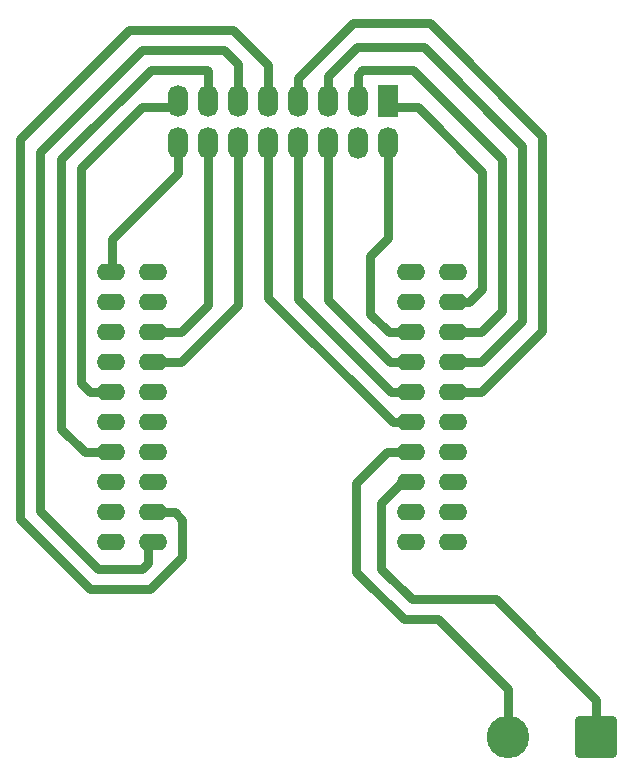
<source format=gbr>
%TF.GenerationSoftware,KiCad,Pcbnew,(6.0.4)*%
%TF.CreationDate,2022-04-22T16:15:14-04:00*%
%TF.ProjectId,MatrixDisplay,4d617472-6978-4446-9973-706c61792e6b,rev?*%
%TF.SameCoordinates,Original*%
%TF.FileFunction,Copper,L2,Bot*%
%TF.FilePolarity,Positive*%
%FSLAX46Y46*%
G04 Gerber Fmt 4.6, Leading zero omitted, Abs format (unit mm)*
G04 Created by KiCad (PCBNEW (6.0.4)) date 2022-04-22 16:15:14*
%MOMM*%
%LPD*%
G01*
G04 APERTURE LIST*
G04 Aperture macros list*
%AMRoundRect*
0 Rectangle with rounded corners*
0 $1 Rounding radius*
0 $2 $3 $4 $5 $6 $7 $8 $9 X,Y pos of 4 corners*
0 Add a 4 corners polygon primitive as box body*
4,1,4,$2,$3,$4,$5,$6,$7,$8,$9,$2,$3,0*
0 Add four circle primitives for the rounded corners*
1,1,$1+$1,$2,$3*
1,1,$1+$1,$4,$5*
1,1,$1+$1,$6,$7*
1,1,$1+$1,$8,$9*
0 Add four rect primitives between the rounded corners*
20,1,$1+$1,$2,$3,$4,$5,0*
20,1,$1+$1,$4,$5,$6,$7,0*
20,1,$1+$1,$6,$7,$8,$9,0*
20,1,$1+$1,$8,$9,$2,$3,0*%
G04 Aperture macros list end*
%TA.AperFunction,ComponentPad*%
%ADD10O,3.600000X3.600000*%
%TD*%
%TA.AperFunction,ComponentPad*%
%ADD11RoundRect,0.450000X1.350000X1.350000X-1.350000X1.350000X-1.350000X-1.350000X1.350000X-1.350000X0*%
%TD*%
%TA.AperFunction,ComponentPad*%
%ADD12O,2.400000X1.400000*%
%TD*%
%TA.AperFunction,ComponentPad*%
%ADD13O,1.700000X2.700000*%
%TD*%
%TA.AperFunction,ComponentPad*%
%ADD14R,1.700000X2.700000*%
%TD*%
%TA.AperFunction,Conductor*%
%ADD15C,0.800000*%
%TD*%
G04 APERTURE END LIST*
D10*
%TO.P,J2,2,Pin_2*%
%TO.N,Net-(J1-Pad16)*%
X143764000Y-138684000D03*
D11*
%TO.P,J2,1,Pin_1*%
%TO.N,Net-(J2-Pad1)*%
X151264000Y-138684000D03*
%TD*%
D12*
%TO.P,U1,40,CLK*%
%TO.N,unconnected-(U1-Pad40)*%
X139093000Y-122187000D03*
%TO.P,U1,39,SD0*%
%TO.N,unconnected-(U1-Pad39)*%
X135553000Y-122187000D03*
%TO.P,U1,38,SD1*%
%TO.N,unconnected-(U1-Pad38)*%
X139093000Y-119647000D03*
%TO.P,U1,37,TD0*%
%TO.N,unconnected-(U1-Pad37)*%
X135553000Y-119647000D03*
%TO.P,U1,36,IO_02*%
%TO.N,unconnected-(U1-Pad36)*%
X139093000Y-117107000D03*
%TO.P,U1,35,VCC_(USB)*%
%TO.N,Net-(J2-Pad1)*%
X135553000Y-117107000D03*
%TO.P,U1,34,IO_00*%
%TO.N,unconnected-(U1-Pad34)*%
X139093000Y-114567000D03*
%TO.P,U1,33,GND*%
%TO.N,Net-(J1-Pad16)*%
X135553000Y-114567000D03*
%TO.P,U1,32,IO_04*%
%TO.N,unconnected-(U1-Pad32)*%
X139093000Y-112027000D03*
%TO.P,U1,31,IO_16/D4*%
%TO.N,Net-(J1-Pad10)*%
X135553000Y-112027000D03*
%TO.P,U1,30,IO_12/TDI*%
%TO.N,Net-(J1-Pad7)*%
X139093000Y-109487000D03*
%TO.P,U1,29,IO_17/D3*%
%TO.N,Net-(J1-Pad8)*%
X135553000Y-109487000D03*
%TO.P,U1,28,IO_32*%
%TO.N,Net-(J1-Pad5)*%
X139093000Y-106947000D03*
%TO.P,U1,27,IO_21/D2/SDA*%
%TO.N,Net-(J1-Pad6)*%
X135553000Y-106947000D03*
%TO.P,U1,26,IO_25*%
%TO.N,Net-(J1-Pad3)*%
X139093000Y-104407000D03*
%TO.P,U1,25,IO_22/D1/SCL*%
%TO.N,Net-(J1-Pad2)*%
X135553000Y-104407000D03*
%TO.P,U1,24,IO_27*%
%TO.N,Net-(J1-Pad1)*%
X139093000Y-101867000D03*
%TO.P,U1,23,RXD*%
%TO.N,unconnected-(U1-Pad23)*%
X135553000Y-101867000D03*
%TO.P,U1,22,GND*%
%TO.N,Net-(J1-Pad16)*%
X139093000Y-99327000D03*
%TO.P,U1,21,TXD*%
%TO.N,unconnected-(U1-Pad21)*%
X135553000Y-99327000D03*
%TO.P,U1,20,IO_10/SD3*%
%TO.N,Net-(U1-Pad20)*%
X113693000Y-122187000D03*
%TO.P,U1,19,CMD*%
%TO.N,unconnected-(U1-Pad19)*%
X110153000Y-122187000D03*
%TO.P,U1,18,IO_13/TCK*%
%TO.N,Net-(U1-Pad18)*%
X113693000Y-119647000D03*
%TO.P,U1,17,IO_09/SD2*%
%TO.N,unconnected-(U1-Pad17)*%
X110153000Y-119647000D03*
%TO.P,U1,16,3V3*%
%TO.N,unconnected-(U1-Pad16)*%
X113693000Y-117107000D03*
%TO.P,U1,15,NC*%
%TO.N,unconnected-(U1-Pad15)*%
X110153000Y-117107000D03*
%TO.P,U1,14,IO_05/D8*%
%TO.N,unconnected-(U1-Pad14)*%
X113693000Y-114567000D03*
%TO.P,U1,13,IO_14/TMS*%
%TO.N,Net-(U1-Pad13)*%
X110153000Y-114567000D03*
%TO.P,U1,12,IO_23/D7*%
%TO.N,unconnected-(U1-Pad12)*%
X113693000Y-112027000D03*
%TO.P,U1,11,IO_34*%
%TO.N,unconnected-(U1-Pad11)*%
X110153000Y-112027000D03*
%TO.P,U1,10,IO_19/D6*%
%TO.N,unconnected-(U1-Pad10)*%
X113693000Y-109487000D03*
%TO.P,U1,9,IO_33*%
%TO.N,Net-(U1-Pad9)*%
X110153000Y-109487000D03*
%TO.P,U1,8,IO_18/D5*%
%TO.N,Net-(J1-Pad12)*%
X113693000Y-106947000D03*
%TO.P,U1,7,IO_35*%
%TO.N,unconnected-(U1-Pad7)*%
X110153000Y-106947000D03*
%TO.P,U1,6,IO_26/D0*%
%TO.N,Net-(J1-Pad14)*%
X113693000Y-104407000D03*
%TO.P,U1,5,IO_39/SVN*%
%TO.N,unconnected-(U1-Pad5)*%
X110153000Y-104407000D03*
%TO.P,U1,4,IO_36/SVP/A0*%
%TO.N,unconnected-(U1-Pad4)*%
X113693000Y-101867000D03*
%TO.P,U1,3,NC*%
%TO.N,unconnected-(U1-Pad3)*%
X110153000Y-101867000D03*
%TO.P,U1,2,RST*%
%TO.N,unconnected-(U1-Pad2)*%
X113693000Y-99327000D03*
%TO.P,U1,1,GND*%
%TO.N,Net-(J1-Pad16)*%
X110153000Y-99327000D03*
%TD*%
D13*
%TO.P,J1,16,Pin_16*%
%TO.N,Net-(J1-Pad16)*%
X115824000Y-88384000D03*
%TO.P,J1,15,Pin_15*%
%TO.N,Net-(U1-Pad9)*%
X115824000Y-84844000D03*
%TO.P,J1,14,Pin_14*%
%TO.N,Net-(J1-Pad14)*%
X118364000Y-88384000D03*
%TO.P,J1,13,Pin_13*%
%TO.N,Net-(U1-Pad13)*%
X118364000Y-84844000D03*
%TO.P,J1,12,Pin_12*%
%TO.N,Net-(J1-Pad12)*%
X120904000Y-88384000D03*
%TO.P,J1,11,Pin_11*%
%TO.N,Net-(U1-Pad20)*%
X120904000Y-84844000D03*
%TO.P,J1,10,Pin_10*%
%TO.N,Net-(J1-Pad10)*%
X123444000Y-88384000D03*
%TO.P,J1,9,Pin_9*%
%TO.N,Net-(U1-Pad18)*%
X123444000Y-84844000D03*
%TO.P,J1,8,Pin_8*%
%TO.N,Net-(J1-Pad8)*%
X125984000Y-88384000D03*
%TO.P,J1,7,Pin_7*%
%TO.N,Net-(J1-Pad7)*%
X125984000Y-84844000D03*
%TO.P,J1,6,Pin_6*%
%TO.N,Net-(J1-Pad6)*%
X128524000Y-88384000D03*
%TO.P,J1,5,Pin_5*%
%TO.N,Net-(J1-Pad5)*%
X128524000Y-84844000D03*
%TO.P,J1,4,Pin_4*%
%TO.N,unconnected-(J1-Pad4)*%
X131064000Y-88384000D03*
%TO.P,J1,3,Pin_3*%
%TO.N,Net-(J1-Pad3)*%
X131064000Y-84844000D03*
%TO.P,J1,2,Pin_2*%
%TO.N,Net-(J1-Pad2)*%
X133604000Y-88384000D03*
D14*
%TO.P,J1,1,Pin_1*%
%TO.N,Net-(J1-Pad1)*%
X133604000Y-84844000D03*
%TD*%
D15*
%TO.N,Net-(J1-Pad16)*%
X110236000Y-98910000D02*
X110653000Y-99327000D01*
X115824000Y-90932000D02*
X110236000Y-96520000D01*
X115824000Y-87884000D02*
X115824000Y-90932000D01*
X110236000Y-96520000D02*
X110236000Y-98910000D01*
%TO.N,Net-(U1-Pad13)*%
X105953960Y-112557960D02*
X107963000Y-114567000D01*
X105953960Y-89762556D02*
X105953960Y-112557960D01*
X113522036Y-82194480D02*
X105953960Y-89762556D01*
X118364000Y-82296000D02*
X118262480Y-82194480D01*
X118262480Y-82194480D02*
X113522036Y-82194480D01*
X118364000Y-85344000D02*
X118364000Y-82296000D01*
X107963000Y-114567000D02*
X110653000Y-114567000D01*
%TO.N,Net-(U1-Pad20)*%
X113284000Y-122278000D02*
X113193000Y-122187000D01*
X113284000Y-123952000D02*
X113284000Y-122278000D01*
X112776000Y-124460000D02*
X113284000Y-123952000D01*
X104140000Y-119501748D02*
X109098252Y-124460000D01*
X112818072Y-80494960D02*
X104140000Y-89173032D01*
X120904000Y-81651484D02*
X119747476Y-80494960D01*
X109098252Y-124460000D02*
X112776000Y-124460000D01*
X120904000Y-85344000D02*
X120904000Y-81651484D01*
X119747476Y-80494960D02*
X112818072Y-80494960D01*
X104140000Y-89173032D02*
X104140000Y-119501748D01*
%TO.N,Net-(U1-Pad18)*%
X115583000Y-119647000D02*
X113193000Y-119647000D01*
X116192520Y-120256520D02*
X115583000Y-119647000D01*
X116192520Y-123446964D02*
X116192520Y-120256520D01*
X108394288Y-126159520D02*
X113479964Y-126159520D01*
X102440480Y-120205712D02*
X108394288Y-126159520D01*
X102440480Y-88059520D02*
X102440480Y-120205712D01*
X123444000Y-81788000D02*
X120451440Y-78795440D01*
X120451440Y-78795440D02*
X111704560Y-78795440D01*
X113479964Y-126159520D02*
X116192520Y-123446964D01*
X123444000Y-85344000D02*
X123444000Y-81788000D01*
X111704560Y-78795440D02*
X102440480Y-88059520D01*
%TO.N,Net-(J1-Pad2)*%
X132080000Y-102813390D02*
X133673610Y-104407000D01*
X133673610Y-104407000D02*
X136053000Y-104407000D01*
X132080000Y-97948252D02*
X132080000Y-102813390D01*
X133604000Y-96424252D02*
X132080000Y-97948252D01*
X133604000Y-87884000D02*
X133604000Y-96424252D01*
%TO.N,Net-(U1-Pad9)*%
X108410126Y-109487000D02*
X110653000Y-109487000D01*
X107653480Y-108730354D02*
X108410126Y-109487000D01*
X112776000Y-85344000D02*
X107653480Y-90466520D01*
X115824000Y-85344000D02*
X112776000Y-85344000D01*
X107653480Y-90466520D02*
X107653480Y-108730354D01*
%TO.N,Net-(J1-Pad6)*%
X133810126Y-106947000D02*
X136053000Y-106947000D01*
X128524000Y-101660874D02*
X133810126Y-106947000D01*
X128524000Y-87884000D02*
X128524000Y-101660874D01*
%TO.N,Net-(J1-Pad14)*%
X116065000Y-104407000D02*
X113193000Y-104407000D01*
X118364000Y-102108000D02*
X116065000Y-104407000D01*
X118364000Y-87884000D02*
X118364000Y-102108000D01*
%TO.N,Net-(J1-Pad12)*%
X116065000Y-106947000D02*
X113193000Y-106947000D01*
X120904000Y-102108000D02*
X116065000Y-106947000D01*
X120904000Y-87884000D02*
X120904000Y-102108000D01*
%TO.N,Net-(J2-Pad1)*%
X133053480Y-118818772D02*
X134765252Y-117107000D01*
X134765252Y-117107000D02*
X136053000Y-117107000D01*
%TO.N,Net-(J1-Pad16)*%
X130888480Y-117198480D02*
X133519960Y-114567000D01*
X133519960Y-114567000D02*
X136053000Y-114567000D01*
X130888480Y-124655964D02*
X130888480Y-117198480D01*
X134932036Y-128699520D02*
X130888480Y-124655964D01*
X137843520Y-128699520D02*
X134932036Y-128699520D01*
X143764000Y-134620000D02*
X137843520Y-128699520D01*
X143764000Y-138684000D02*
X143764000Y-134620000D01*
%TO.N,Net-(J2-Pad1)*%
X135636000Y-127000000D02*
X133053480Y-124417480D01*
X142748000Y-127000000D02*
X135636000Y-127000000D01*
X151264000Y-135516000D02*
X142748000Y-127000000D01*
X151264000Y-138684000D02*
X151264000Y-135516000D01*
X133053480Y-124417480D02*
X133053480Y-118818772D01*
%TO.N,Net-(J1-Pad10)*%
X123444000Y-101463484D02*
X134007516Y-112027000D01*
X123444000Y-87884000D02*
X123444000Y-101463484D01*
X134007516Y-112027000D02*
X136053000Y-112027000D01*
%TO.N,Net-(J1-Pad8)*%
X133871000Y-109487000D02*
X136053000Y-109487000D01*
X125984000Y-101600000D02*
X133871000Y-109487000D01*
X125984000Y-87884000D02*
X125984000Y-101600000D01*
%TO.N,Net-(U1-Pad20)*%
X113193000Y-122187000D02*
X113759520Y-122187000D01*
%TO.N,Net-(J1-Pad1)*%
X140449000Y-101867000D02*
X138593000Y-101867000D01*
X141592520Y-100723480D02*
X140449000Y-101867000D01*
X141592520Y-90792520D02*
X141592520Y-100723480D01*
X133604000Y-85344000D02*
X136144000Y-85344000D01*
X136144000Y-85344000D02*
X141592520Y-90792520D01*
%TO.N,Net-(J1-Pad7)*%
X146691080Y-104260920D02*
X141465000Y-109487000D01*
X146691080Y-87763080D02*
X146691080Y-104260920D01*
X141465000Y-109487000D02*
X138593000Y-109487000D01*
X130610010Y-78232000D02*
X137160000Y-78232000D01*
X137160000Y-78232000D02*
X146691080Y-87763080D01*
X125984000Y-85344000D02*
X125984000Y-82858010D01*
X125984000Y-82858010D02*
X130610010Y-78232000D01*
%TO.N,Net-(J1-Pad5)*%
X141465000Y-106947000D02*
X138593000Y-106947000D01*
X144991560Y-103420440D02*
X141465000Y-106947000D01*
X130981494Y-80264000D02*
X136652000Y-80264000D01*
X128524000Y-82721494D02*
X130981494Y-80264000D01*
X144991560Y-88603560D02*
X144991560Y-103420440D01*
X128524000Y-85344000D02*
X128524000Y-82721494D01*
X136652000Y-80264000D02*
X144991560Y-88603560D01*
%TO.N,Net-(J1-Pad3)*%
X141465000Y-104407000D02*
X138593000Y-104407000D01*
X135753511Y-82194489D02*
X143292040Y-89733018D01*
X131454489Y-82194489D02*
X135753511Y-82194489D01*
X143292040Y-102579960D02*
X141465000Y-104407000D01*
X131064000Y-82584978D02*
X131454489Y-82194489D01*
X131064000Y-85344000D02*
X131064000Y-82584978D01*
X143292040Y-89733018D02*
X143292040Y-102579960D01*
%TD*%
M02*

</source>
